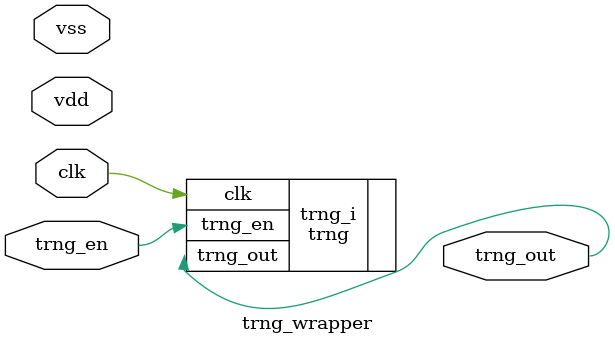
<source format=v>
`default_nettype none
`timescale 1ns / 1ps

module trng_wrapper (clk,
    trng_en,
    trng_out,
    vdd,
    vss);
 input clk;
 input trng_en;
 output trng_out;
 input vdd;
 input vss;

    initial begin
        $dumpfile("dump.vcd");
        $dumpvars(0, trng_wrapper);
    end

    trng trng_i (
    `ifdef USE_POWER_PINS
        .vdd,
        .vss,
    `endif
        .clk,
        .trng_en,
        .trng_out
    );

endmodule

</source>
